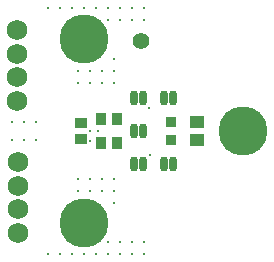
<source format=gbs>
G04 Layer_Color=16711935*
%FSLAX25Y25*%
%MOIN*%
G70*
G01*
G75*
%ADD27C,0.05600*%
%ADD28C,0.16348*%
%ADD29C,0.06900*%
%ADD30C,0.01200*%
G04:AMPARAMS|DCode=31|XSize=26mil|YSize=46mil|CornerRadius=8mil|HoleSize=0mil|Usage=FLASHONLY|Rotation=180.000|XOffset=0mil|YOffset=0mil|HoleType=Round|Shape=RoundedRectangle|*
%AMROUNDEDRECTD31*
21,1,0.02600,0.03000,0,0,180.0*
21,1,0.01000,0.04600,0,0,180.0*
1,1,0.01600,-0.00500,0.01500*
1,1,0.01600,0.00500,0.01500*
1,1,0.01600,0.00500,-0.01500*
1,1,0.01600,-0.00500,-0.01500*
%
%ADD31ROUNDEDRECTD31*%
%ADD32R,0.04537X0.04143*%
%ADD33R,0.03356X0.04143*%
%ADD34R,0.03750X0.03750*%
%ADD35R,0.04143X0.03356*%
D27*
X374000Y285000D02*
D03*
D28*
X354750Y224256D02*
D03*
Y285744D02*
D03*
X408000Y255000D02*
D03*
D29*
X332500Y288622D02*
D03*
Y280748D02*
D03*
Y272874D02*
D03*
Y265000D02*
D03*
X333000Y244622D02*
D03*
Y236748D02*
D03*
Y228874D02*
D03*
Y221000D02*
D03*
D30*
X359697Y255000D02*
D03*
X357000D02*
D03*
Y251500D02*
D03*
X376500Y262500D02*
D03*
X377000Y247000D02*
D03*
X361000Y239000D02*
D03*
X357000D02*
D03*
X353000D02*
D03*
Y235000D02*
D03*
X357000D02*
D03*
X361000D02*
D03*
X365000Y231000D02*
D03*
Y239000D02*
D03*
Y235000D02*
D03*
X363000Y292000D02*
D03*
X367000D02*
D03*
X371000D02*
D03*
X375000D02*
D03*
Y218000D02*
D03*
X371000D02*
D03*
X367000D02*
D03*
X363000D02*
D03*
X375000Y296000D02*
D03*
X371000D02*
D03*
X367000D02*
D03*
X363000D02*
D03*
X359000D02*
D03*
X355000D02*
D03*
X351000D02*
D03*
X347000D02*
D03*
X343000D02*
D03*
X365000Y275000D02*
D03*
Y271000D02*
D03*
Y279000D02*
D03*
X335000Y258000D02*
D03*
X339000D02*
D03*
X331000D02*
D03*
X343000Y214000D02*
D03*
X347000D02*
D03*
X351000D02*
D03*
X355000D02*
D03*
X359000D02*
D03*
X363000D02*
D03*
X367000D02*
D03*
X371000D02*
D03*
X375000D02*
D03*
X361000Y275000D02*
D03*
X357000D02*
D03*
X353000D02*
D03*
Y271000D02*
D03*
X357000D02*
D03*
X361000D02*
D03*
X339000Y252000D02*
D03*
X335000D02*
D03*
X331000D02*
D03*
D31*
X381500Y244000D02*
D03*
X384500D02*
D03*
X374500D02*
D03*
X371500D02*
D03*
X381500Y266000D02*
D03*
X384500D02*
D03*
X374500D02*
D03*
X371500D02*
D03*
Y255000D02*
D03*
X374500D02*
D03*
D32*
X392500Y258150D02*
D03*
Y251850D02*
D03*
D33*
X366000Y259000D02*
D03*
X360488D02*
D03*
X360488Y251000D02*
D03*
X366000D02*
D03*
D34*
X384000Y251850D02*
D03*
Y258150D02*
D03*
D35*
X354000Y257756D02*
D03*
Y252244D02*
D03*
M02*

</source>
